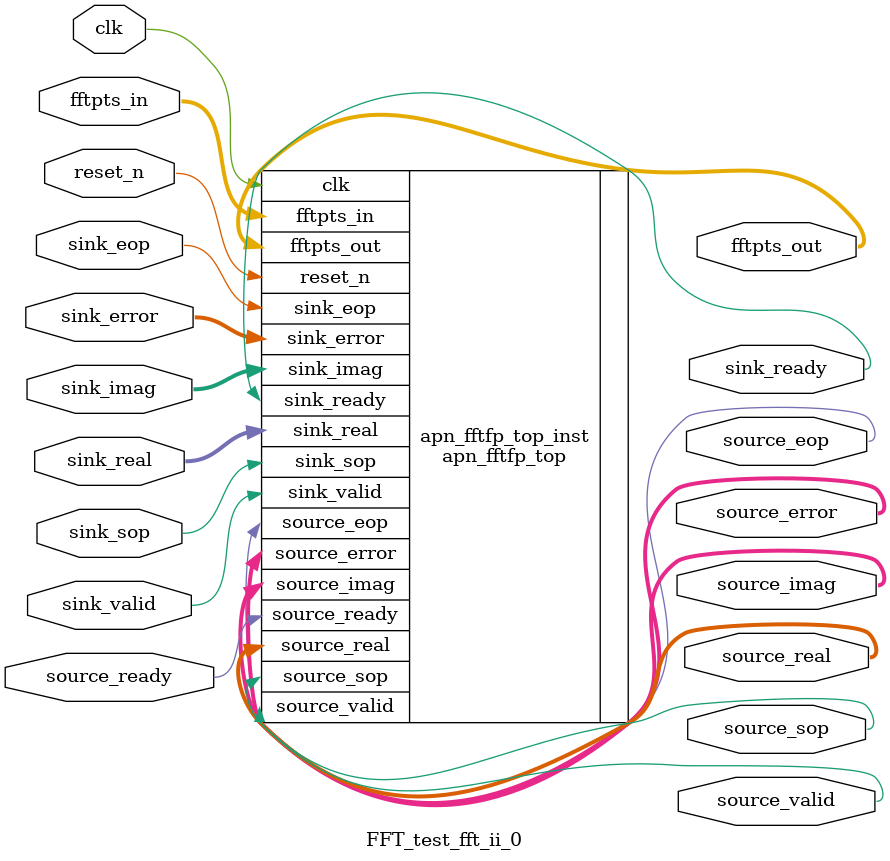
<source format=sv>



module FFT_test_fft_ii_0 (
   input clk, 
   input reset_n,
	input [12 : 0] fftpts_in,
	input	sink_valid,
	input	sink_sop,
	input	sink_eop,
	input	logic [31 : 0] sink_real,
	input	logic [31 : 0] sink_imag,
	input	logic [1 : 0] sink_error,
	input	source_ready,
   output [12 : 0] fftpts_out,
	output sink_ready,
	output [1 : 0] source_error,
	output source_sop,
	output source_eop,
	output source_valid,
	output [31 : 0] source_real,
	output [31 : 0] source_imag
	);

	apn_fftfp_top #(
		.DEVICE_FAMILY_g("Cyclone V"),
		.MAX_FFTPTS_g(4096),
		.NUM_STAGES_g(6),
		.DATAWIDTH_g(32),
		.TWIDWIDTH_g(32),
		.MAX_GROW_g (0),
		.TWIDROM_BASE_g("FFT_test_fft_ii_0_"),
		.DSP_ROUNDING_g(0),
		.INPUT_FORMAT_g("NATURAL_ORDER"),
		.OUTPUT_FORMAT_g("DIGIT_REVERSED"),
		.REPRESENTATION_g("FLOATPT"),
		.DSP_ARCH_g(2),
        .PRUNE_g("2,2,2,3,2,0") 
	)
	apn_fftfp_top_inst (
		.clk(clk),
		.reset_n(reset_n),
		.fftpts_in(fftpts_in),
		.fftpts_out(fftpts_out),
		.sink_valid(sink_valid),
		.sink_sop(sink_sop),
		.sink_eop(sink_eop),
		.sink_real(sink_real),
		.sink_imag(sink_imag),
		.sink_ready(sink_ready),
		.sink_error(sink_error),
		.source_error(source_error),
		.source_ready(source_ready),
		.source_sop(source_sop),
		.source_eop(source_eop),
		.source_valid(source_valid),
		.source_real(source_real),
		.source_imag(source_imag)
	);
endmodule


</source>
